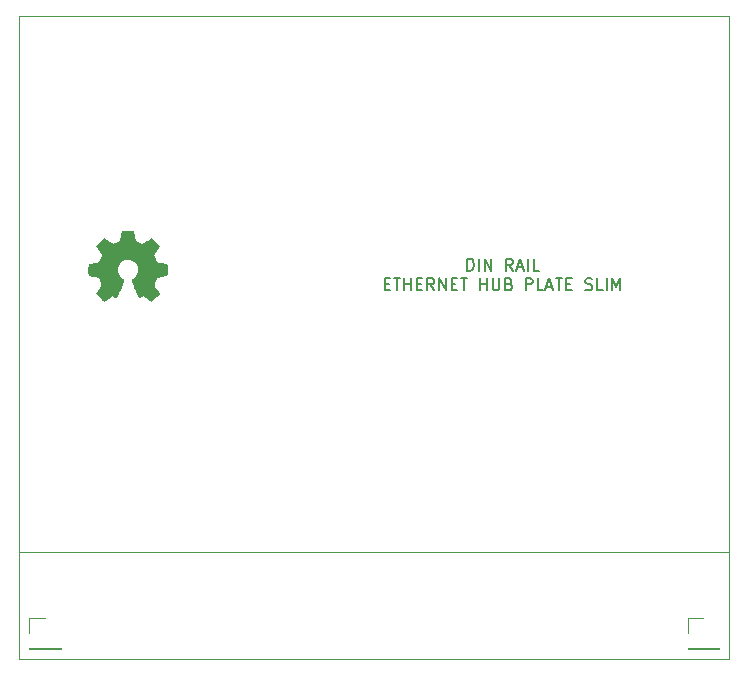
<source format=gbr>
G04 #@! TF.GenerationSoftware,KiCad,Pcbnew,5.1.5+dfsg1-2build2*
G04 #@! TF.CreationDate,2021-09-08T22:35:55-05:00*
G04 #@! TF.ProjectId,ETH_HUB_PLATE_SLIM,4554485f-4855-4425-9f50-4c4154455f53,rev?*
G04 #@! TF.SameCoordinates,Original*
G04 #@! TF.FileFunction,Legend,Top*
G04 #@! TF.FilePolarity,Positive*
%FSLAX46Y46*%
G04 Gerber Fmt 4.6, Leading zero omitted, Abs format (unit mm)*
G04 Created by KiCad (PCBNEW 5.1.5+dfsg1-2build2) date 2021-09-08 22:35:55*
%MOMM*%
%LPD*%
G04 APERTURE LIST*
%ADD10C,0.150000*%
%ADD11C,0.120000*%
%ADD12C,0.050000*%
%ADD13C,0.010000*%
G04 APERTURE END LIST*
D10*
X137993809Y-121547380D02*
X137993809Y-120547380D01*
X138231904Y-120547380D01*
X138374761Y-120595000D01*
X138470000Y-120690238D01*
X138517619Y-120785476D01*
X138565238Y-120975952D01*
X138565238Y-121118809D01*
X138517619Y-121309285D01*
X138470000Y-121404523D01*
X138374761Y-121499761D01*
X138231904Y-121547380D01*
X137993809Y-121547380D01*
X138993809Y-121547380D02*
X138993809Y-120547380D01*
X139470000Y-121547380D02*
X139470000Y-120547380D01*
X140041428Y-121547380D01*
X140041428Y-120547380D01*
X141850952Y-121547380D02*
X141517619Y-121071190D01*
X141279523Y-121547380D02*
X141279523Y-120547380D01*
X141660476Y-120547380D01*
X141755714Y-120595000D01*
X141803333Y-120642619D01*
X141850952Y-120737857D01*
X141850952Y-120880714D01*
X141803333Y-120975952D01*
X141755714Y-121023571D01*
X141660476Y-121071190D01*
X141279523Y-121071190D01*
X142231904Y-121261666D02*
X142708095Y-121261666D01*
X142136666Y-121547380D02*
X142470000Y-120547380D01*
X142803333Y-121547380D01*
X143136666Y-121547380D02*
X143136666Y-120547380D01*
X144089047Y-121547380D02*
X143612857Y-121547380D01*
X143612857Y-120547380D01*
X130993809Y-122673571D02*
X131327142Y-122673571D01*
X131470000Y-123197380D02*
X130993809Y-123197380D01*
X130993809Y-122197380D01*
X131470000Y-122197380D01*
X131755714Y-122197380D02*
X132327142Y-122197380D01*
X132041428Y-123197380D02*
X132041428Y-122197380D01*
X132660476Y-123197380D02*
X132660476Y-122197380D01*
X132660476Y-122673571D02*
X133231904Y-122673571D01*
X133231904Y-123197380D02*
X133231904Y-122197380D01*
X133708095Y-122673571D02*
X134041428Y-122673571D01*
X134184285Y-123197380D02*
X133708095Y-123197380D01*
X133708095Y-122197380D01*
X134184285Y-122197380D01*
X135184285Y-123197380D02*
X134850952Y-122721190D01*
X134612857Y-123197380D02*
X134612857Y-122197380D01*
X134993809Y-122197380D01*
X135089047Y-122245000D01*
X135136666Y-122292619D01*
X135184285Y-122387857D01*
X135184285Y-122530714D01*
X135136666Y-122625952D01*
X135089047Y-122673571D01*
X134993809Y-122721190D01*
X134612857Y-122721190D01*
X135612857Y-123197380D02*
X135612857Y-122197380D01*
X136184285Y-123197380D01*
X136184285Y-122197380D01*
X136660476Y-122673571D02*
X136993809Y-122673571D01*
X137136666Y-123197380D02*
X136660476Y-123197380D01*
X136660476Y-122197380D01*
X137136666Y-122197380D01*
X137422380Y-122197380D02*
X137993809Y-122197380D01*
X137708095Y-123197380D02*
X137708095Y-122197380D01*
X139089047Y-123197380D02*
X139089047Y-122197380D01*
X139089047Y-122673571D02*
X139660476Y-122673571D01*
X139660476Y-123197380D02*
X139660476Y-122197380D01*
X140136666Y-122197380D02*
X140136666Y-123006904D01*
X140184285Y-123102142D01*
X140231904Y-123149761D01*
X140327142Y-123197380D01*
X140517619Y-123197380D01*
X140612857Y-123149761D01*
X140660476Y-123102142D01*
X140708095Y-123006904D01*
X140708095Y-122197380D01*
X141517619Y-122673571D02*
X141660476Y-122721190D01*
X141708095Y-122768809D01*
X141755714Y-122864047D01*
X141755714Y-123006904D01*
X141708095Y-123102142D01*
X141660476Y-123149761D01*
X141565238Y-123197380D01*
X141184285Y-123197380D01*
X141184285Y-122197380D01*
X141517619Y-122197380D01*
X141612857Y-122245000D01*
X141660476Y-122292619D01*
X141708095Y-122387857D01*
X141708095Y-122483095D01*
X141660476Y-122578333D01*
X141612857Y-122625952D01*
X141517619Y-122673571D01*
X141184285Y-122673571D01*
X142946190Y-123197380D02*
X142946190Y-122197380D01*
X143327142Y-122197380D01*
X143422380Y-122245000D01*
X143470000Y-122292619D01*
X143517619Y-122387857D01*
X143517619Y-122530714D01*
X143470000Y-122625952D01*
X143422380Y-122673571D01*
X143327142Y-122721190D01*
X142946190Y-122721190D01*
X144422380Y-123197380D02*
X143946190Y-123197380D01*
X143946190Y-122197380D01*
X144708095Y-122911666D02*
X145184285Y-122911666D01*
X144612857Y-123197380D02*
X144946190Y-122197380D01*
X145279523Y-123197380D01*
X145470000Y-122197380D02*
X146041428Y-122197380D01*
X145755714Y-123197380D02*
X145755714Y-122197380D01*
X146374761Y-122673571D02*
X146708095Y-122673571D01*
X146850952Y-123197380D02*
X146374761Y-123197380D01*
X146374761Y-122197380D01*
X146850952Y-122197380D01*
X147993809Y-123149761D02*
X148136666Y-123197380D01*
X148374761Y-123197380D01*
X148470000Y-123149761D01*
X148517619Y-123102142D01*
X148565238Y-123006904D01*
X148565238Y-122911666D01*
X148517619Y-122816428D01*
X148470000Y-122768809D01*
X148374761Y-122721190D01*
X148184285Y-122673571D01*
X148089047Y-122625952D01*
X148041428Y-122578333D01*
X147993809Y-122483095D01*
X147993809Y-122387857D01*
X148041428Y-122292619D01*
X148089047Y-122245000D01*
X148184285Y-122197380D01*
X148422380Y-122197380D01*
X148565238Y-122245000D01*
X149470000Y-123197380D02*
X148993809Y-123197380D01*
X148993809Y-122197380D01*
X149803333Y-123197380D02*
X149803333Y-122197380D01*
X150279523Y-123197380D02*
X150279523Y-122197380D01*
X150612857Y-122911666D01*
X150946190Y-122197380D01*
X150946190Y-123197380D01*
D11*
X100000000Y-145400000D02*
X160150000Y-145400000D01*
D12*
X100000000Y-154400000D02*
X160150000Y-154400000D01*
X160150000Y-100000000D02*
X160150000Y-154400000D01*
X100000000Y-100000000D02*
X160150000Y-100000000D01*
X100000000Y-100000000D02*
X100000000Y-154400000D01*
D11*
X156658000Y-150943000D02*
X157988000Y-150943000D01*
X156658000Y-152273000D02*
X156658000Y-150943000D01*
X156658000Y-153543000D02*
X159318000Y-153543000D01*
X159318000Y-153543000D02*
X159318000Y-153603000D01*
X156658000Y-153543000D02*
X156658000Y-153603000D01*
X156658000Y-153603000D02*
X159318000Y-153603000D01*
X100905000Y-150943000D02*
X102235000Y-150943000D01*
X100905000Y-152273000D02*
X100905000Y-150943000D01*
X100905000Y-153543000D02*
X103565000Y-153543000D01*
X103565000Y-153543000D02*
X103565000Y-153603000D01*
X100905000Y-153543000D02*
X100905000Y-153603000D01*
X100905000Y-153603000D02*
X103565000Y-153603000D01*
D13*
G36*
X109775814Y-118626931D02*
G01*
X109859635Y-119071555D01*
X110168920Y-119199053D01*
X110478206Y-119326551D01*
X110849246Y-119074246D01*
X110953157Y-119003996D01*
X111047087Y-118941272D01*
X111126652Y-118888938D01*
X111187470Y-118849857D01*
X111225157Y-118826893D01*
X111235421Y-118821942D01*
X111253910Y-118834676D01*
X111293420Y-118869882D01*
X111349522Y-118923062D01*
X111417787Y-118989718D01*
X111493786Y-119065354D01*
X111573092Y-119145472D01*
X111651275Y-119225574D01*
X111723907Y-119301164D01*
X111786559Y-119367745D01*
X111834803Y-119420818D01*
X111864210Y-119455887D01*
X111871241Y-119467623D01*
X111861123Y-119489260D01*
X111832759Y-119536662D01*
X111789129Y-119605193D01*
X111733218Y-119690215D01*
X111668006Y-119787093D01*
X111630219Y-119842350D01*
X111561343Y-119943248D01*
X111500140Y-120034299D01*
X111449578Y-120110970D01*
X111412628Y-120168728D01*
X111392258Y-120203043D01*
X111389197Y-120210254D01*
X111396136Y-120230748D01*
X111415051Y-120278513D01*
X111443087Y-120346832D01*
X111477391Y-120428989D01*
X111515109Y-120518270D01*
X111553387Y-120607958D01*
X111589370Y-120691338D01*
X111620206Y-120761694D01*
X111643039Y-120812310D01*
X111655017Y-120836471D01*
X111655724Y-120837422D01*
X111674531Y-120842036D01*
X111724618Y-120852328D01*
X111800793Y-120867287D01*
X111897865Y-120885901D01*
X112010643Y-120907159D01*
X112076442Y-120919418D01*
X112196950Y-120942362D01*
X112305797Y-120964195D01*
X112397476Y-120983722D01*
X112466481Y-120999748D01*
X112507304Y-121011079D01*
X112515511Y-121014674D01*
X112523548Y-121039006D01*
X112530033Y-121093959D01*
X112534970Y-121173108D01*
X112538364Y-121270026D01*
X112540218Y-121378287D01*
X112540538Y-121491465D01*
X112539327Y-121603135D01*
X112536590Y-121706868D01*
X112532331Y-121796241D01*
X112526555Y-121864826D01*
X112519267Y-121906197D01*
X112514895Y-121914810D01*
X112488764Y-121925133D01*
X112433393Y-121939892D01*
X112356107Y-121957352D01*
X112264230Y-121975780D01*
X112232158Y-121981741D01*
X112077524Y-122010066D01*
X111955375Y-122032876D01*
X111861673Y-122051080D01*
X111792384Y-122065583D01*
X111743471Y-122077292D01*
X111710897Y-122087115D01*
X111690628Y-122095956D01*
X111678626Y-122104724D01*
X111676947Y-122106457D01*
X111660184Y-122134371D01*
X111634614Y-122188695D01*
X111602788Y-122262777D01*
X111567260Y-122349965D01*
X111530583Y-122443608D01*
X111495311Y-122537052D01*
X111463996Y-122623647D01*
X111439193Y-122696740D01*
X111423454Y-122749678D01*
X111419332Y-122775811D01*
X111419676Y-122776726D01*
X111433641Y-122798086D01*
X111465322Y-122845084D01*
X111511391Y-122912827D01*
X111568518Y-122996423D01*
X111633373Y-123090982D01*
X111651843Y-123117854D01*
X111717699Y-123215275D01*
X111775650Y-123304163D01*
X111822538Y-123379412D01*
X111855207Y-123435920D01*
X111870500Y-123468581D01*
X111871241Y-123472593D01*
X111858392Y-123493684D01*
X111822888Y-123535464D01*
X111769293Y-123593445D01*
X111702171Y-123663135D01*
X111626087Y-123740045D01*
X111545604Y-123819683D01*
X111465287Y-123897561D01*
X111389699Y-123969186D01*
X111323405Y-124030070D01*
X111270969Y-124075721D01*
X111236955Y-124101650D01*
X111227545Y-124105883D01*
X111205643Y-124095912D01*
X111160800Y-124069020D01*
X111100321Y-124029736D01*
X111053789Y-123998117D01*
X110969475Y-123940098D01*
X110869626Y-123871784D01*
X110769473Y-123803579D01*
X110715627Y-123767075D01*
X110533371Y-123643800D01*
X110380381Y-123726520D01*
X110310682Y-123762759D01*
X110251414Y-123790926D01*
X110211311Y-123806991D01*
X110201103Y-123809226D01*
X110188829Y-123792722D01*
X110164613Y-123746082D01*
X110130263Y-123673609D01*
X110087588Y-123579606D01*
X110038394Y-123468374D01*
X109984490Y-123344215D01*
X109927684Y-123211432D01*
X109869782Y-123074327D01*
X109812593Y-122937202D01*
X109757924Y-122804358D01*
X109707584Y-122680098D01*
X109663380Y-122568725D01*
X109627119Y-122474539D01*
X109600609Y-122401844D01*
X109585658Y-122354941D01*
X109583254Y-122338833D01*
X109602311Y-122318286D01*
X109644036Y-122284933D01*
X109699706Y-122245702D01*
X109704378Y-122242599D01*
X109848264Y-122127423D01*
X109964283Y-121993053D01*
X110051430Y-121843784D01*
X110108699Y-121683913D01*
X110135086Y-121517737D01*
X110129585Y-121349552D01*
X110091190Y-121183655D01*
X110018895Y-121024342D01*
X109997626Y-120989487D01*
X109886996Y-120848737D01*
X109756302Y-120735714D01*
X109610064Y-120651003D01*
X109452808Y-120595194D01*
X109289057Y-120568874D01*
X109123333Y-120572630D01*
X108960162Y-120607050D01*
X108804065Y-120672723D01*
X108659567Y-120770235D01*
X108614869Y-120809813D01*
X108501112Y-120933703D01*
X108418218Y-121064124D01*
X108361356Y-121210315D01*
X108329687Y-121355088D01*
X108321869Y-121517860D01*
X108347938Y-121681440D01*
X108405245Y-121840298D01*
X108491144Y-121988906D01*
X108602986Y-122121735D01*
X108738123Y-122233256D01*
X108755883Y-122245011D01*
X108812150Y-122283508D01*
X108854923Y-122316863D01*
X108875372Y-122338160D01*
X108875669Y-122338833D01*
X108871279Y-122361871D01*
X108853876Y-122414157D01*
X108825268Y-122491390D01*
X108787265Y-122589268D01*
X108741674Y-122703491D01*
X108690303Y-122829758D01*
X108634962Y-122963767D01*
X108577458Y-123101218D01*
X108519601Y-123237808D01*
X108463198Y-123369237D01*
X108410058Y-123491205D01*
X108361990Y-123599409D01*
X108320801Y-123689549D01*
X108288301Y-123757323D01*
X108266297Y-123798430D01*
X108257436Y-123809226D01*
X108230360Y-123800819D01*
X108179697Y-123778272D01*
X108114183Y-123745613D01*
X108078159Y-123726520D01*
X107925168Y-123643800D01*
X107742912Y-123767075D01*
X107649875Y-123830228D01*
X107548015Y-123899727D01*
X107452562Y-123965165D01*
X107404750Y-123998117D01*
X107337505Y-124043273D01*
X107280564Y-124079057D01*
X107241354Y-124100938D01*
X107228619Y-124105563D01*
X107210083Y-124093085D01*
X107169059Y-124058252D01*
X107109525Y-124004678D01*
X107035458Y-123935983D01*
X106950835Y-123855781D01*
X106897315Y-123804286D01*
X106803681Y-123712286D01*
X106722759Y-123629999D01*
X106657823Y-123560945D01*
X106612142Y-123508644D01*
X106588989Y-123476616D01*
X106586768Y-123470116D01*
X106597076Y-123445394D01*
X106625561Y-123395405D01*
X106669063Y-123325212D01*
X106724423Y-123239875D01*
X106788480Y-123144456D01*
X106806697Y-123117854D01*
X106873073Y-123021167D01*
X106932622Y-122934117D01*
X106982016Y-122861595D01*
X107017925Y-122808493D01*
X107037019Y-122779703D01*
X107038864Y-122776726D01*
X107036105Y-122753782D01*
X107021462Y-122703336D01*
X106997487Y-122632041D01*
X106966734Y-122546547D01*
X106931756Y-122453507D01*
X106895107Y-122359574D01*
X106859339Y-122271399D01*
X106827006Y-122195634D01*
X106800662Y-122138931D01*
X106782858Y-122107943D01*
X106781593Y-122106457D01*
X106770706Y-122097601D01*
X106752318Y-122088843D01*
X106722394Y-122079277D01*
X106676897Y-122067996D01*
X106611791Y-122054093D01*
X106523039Y-122036663D01*
X106406607Y-122014798D01*
X106258458Y-121987591D01*
X106226382Y-121981741D01*
X106131314Y-121963374D01*
X106048435Y-121945405D01*
X105985070Y-121929569D01*
X105948542Y-121917600D01*
X105943644Y-121914810D01*
X105935573Y-121890072D01*
X105929013Y-121834790D01*
X105923967Y-121755389D01*
X105920441Y-121658296D01*
X105918439Y-121549938D01*
X105917964Y-121436740D01*
X105919023Y-121325128D01*
X105921618Y-121221529D01*
X105925754Y-121132368D01*
X105931437Y-121064072D01*
X105938669Y-121023066D01*
X105943029Y-121014674D01*
X105967302Y-121006208D01*
X106022574Y-120992435D01*
X106103338Y-120974550D01*
X106204088Y-120953748D01*
X106319317Y-120931223D01*
X106382098Y-120919418D01*
X106501213Y-120897151D01*
X106607435Y-120876979D01*
X106695573Y-120859915D01*
X106760434Y-120846969D01*
X106796826Y-120839155D01*
X106802816Y-120837422D01*
X106812939Y-120817890D01*
X106834338Y-120770843D01*
X106864161Y-120703003D01*
X106899555Y-120621091D01*
X106937668Y-120531828D01*
X106975647Y-120441935D01*
X107010640Y-120358135D01*
X107039794Y-120287147D01*
X107060257Y-120235694D01*
X107069177Y-120210497D01*
X107069343Y-120209396D01*
X107059231Y-120189519D01*
X107030883Y-120143777D01*
X106987277Y-120076717D01*
X106931394Y-119992884D01*
X106866213Y-119896826D01*
X106828321Y-119841650D01*
X106759275Y-119740481D01*
X106697950Y-119648630D01*
X106647337Y-119570744D01*
X106610429Y-119511469D01*
X106590218Y-119475451D01*
X106587299Y-119467377D01*
X106599847Y-119448584D01*
X106634537Y-119408457D01*
X106686937Y-119351493D01*
X106752616Y-119282185D01*
X106827144Y-119205031D01*
X106906087Y-119124525D01*
X106985017Y-119045163D01*
X107059500Y-118971440D01*
X107125106Y-118907852D01*
X107177404Y-118858894D01*
X107211961Y-118829061D01*
X107223522Y-118821942D01*
X107242346Y-118831953D01*
X107287369Y-118860078D01*
X107354213Y-118903454D01*
X107438501Y-118959218D01*
X107535856Y-119024506D01*
X107609293Y-119074246D01*
X107980333Y-119326551D01*
X108598905Y-119071555D01*
X108682725Y-118626931D01*
X108766546Y-118182307D01*
X109691994Y-118182307D01*
X109775814Y-118626931D01*
G37*
X109775814Y-118626931D02*
X109859635Y-119071555D01*
X110168920Y-119199053D01*
X110478206Y-119326551D01*
X110849246Y-119074246D01*
X110953157Y-119003996D01*
X111047087Y-118941272D01*
X111126652Y-118888938D01*
X111187470Y-118849857D01*
X111225157Y-118826893D01*
X111235421Y-118821942D01*
X111253910Y-118834676D01*
X111293420Y-118869882D01*
X111349522Y-118923062D01*
X111417787Y-118989718D01*
X111493786Y-119065354D01*
X111573092Y-119145472D01*
X111651275Y-119225574D01*
X111723907Y-119301164D01*
X111786559Y-119367745D01*
X111834803Y-119420818D01*
X111864210Y-119455887D01*
X111871241Y-119467623D01*
X111861123Y-119489260D01*
X111832759Y-119536662D01*
X111789129Y-119605193D01*
X111733218Y-119690215D01*
X111668006Y-119787093D01*
X111630219Y-119842350D01*
X111561343Y-119943248D01*
X111500140Y-120034299D01*
X111449578Y-120110970D01*
X111412628Y-120168728D01*
X111392258Y-120203043D01*
X111389197Y-120210254D01*
X111396136Y-120230748D01*
X111415051Y-120278513D01*
X111443087Y-120346832D01*
X111477391Y-120428989D01*
X111515109Y-120518270D01*
X111553387Y-120607958D01*
X111589370Y-120691338D01*
X111620206Y-120761694D01*
X111643039Y-120812310D01*
X111655017Y-120836471D01*
X111655724Y-120837422D01*
X111674531Y-120842036D01*
X111724618Y-120852328D01*
X111800793Y-120867287D01*
X111897865Y-120885901D01*
X112010643Y-120907159D01*
X112076442Y-120919418D01*
X112196950Y-120942362D01*
X112305797Y-120964195D01*
X112397476Y-120983722D01*
X112466481Y-120999748D01*
X112507304Y-121011079D01*
X112515511Y-121014674D01*
X112523548Y-121039006D01*
X112530033Y-121093959D01*
X112534970Y-121173108D01*
X112538364Y-121270026D01*
X112540218Y-121378287D01*
X112540538Y-121491465D01*
X112539327Y-121603135D01*
X112536590Y-121706868D01*
X112532331Y-121796241D01*
X112526555Y-121864826D01*
X112519267Y-121906197D01*
X112514895Y-121914810D01*
X112488764Y-121925133D01*
X112433393Y-121939892D01*
X112356107Y-121957352D01*
X112264230Y-121975780D01*
X112232158Y-121981741D01*
X112077524Y-122010066D01*
X111955375Y-122032876D01*
X111861673Y-122051080D01*
X111792384Y-122065583D01*
X111743471Y-122077292D01*
X111710897Y-122087115D01*
X111690628Y-122095956D01*
X111678626Y-122104724D01*
X111676947Y-122106457D01*
X111660184Y-122134371D01*
X111634614Y-122188695D01*
X111602788Y-122262777D01*
X111567260Y-122349965D01*
X111530583Y-122443608D01*
X111495311Y-122537052D01*
X111463996Y-122623647D01*
X111439193Y-122696740D01*
X111423454Y-122749678D01*
X111419332Y-122775811D01*
X111419676Y-122776726D01*
X111433641Y-122798086D01*
X111465322Y-122845084D01*
X111511391Y-122912827D01*
X111568518Y-122996423D01*
X111633373Y-123090982D01*
X111651843Y-123117854D01*
X111717699Y-123215275D01*
X111775650Y-123304163D01*
X111822538Y-123379412D01*
X111855207Y-123435920D01*
X111870500Y-123468581D01*
X111871241Y-123472593D01*
X111858392Y-123493684D01*
X111822888Y-123535464D01*
X111769293Y-123593445D01*
X111702171Y-123663135D01*
X111626087Y-123740045D01*
X111545604Y-123819683D01*
X111465287Y-123897561D01*
X111389699Y-123969186D01*
X111323405Y-124030070D01*
X111270969Y-124075721D01*
X111236955Y-124101650D01*
X111227545Y-124105883D01*
X111205643Y-124095912D01*
X111160800Y-124069020D01*
X111100321Y-124029736D01*
X111053789Y-123998117D01*
X110969475Y-123940098D01*
X110869626Y-123871784D01*
X110769473Y-123803579D01*
X110715627Y-123767075D01*
X110533371Y-123643800D01*
X110380381Y-123726520D01*
X110310682Y-123762759D01*
X110251414Y-123790926D01*
X110211311Y-123806991D01*
X110201103Y-123809226D01*
X110188829Y-123792722D01*
X110164613Y-123746082D01*
X110130263Y-123673609D01*
X110087588Y-123579606D01*
X110038394Y-123468374D01*
X109984490Y-123344215D01*
X109927684Y-123211432D01*
X109869782Y-123074327D01*
X109812593Y-122937202D01*
X109757924Y-122804358D01*
X109707584Y-122680098D01*
X109663380Y-122568725D01*
X109627119Y-122474539D01*
X109600609Y-122401844D01*
X109585658Y-122354941D01*
X109583254Y-122338833D01*
X109602311Y-122318286D01*
X109644036Y-122284933D01*
X109699706Y-122245702D01*
X109704378Y-122242599D01*
X109848264Y-122127423D01*
X109964283Y-121993053D01*
X110051430Y-121843784D01*
X110108699Y-121683913D01*
X110135086Y-121517737D01*
X110129585Y-121349552D01*
X110091190Y-121183655D01*
X110018895Y-121024342D01*
X109997626Y-120989487D01*
X109886996Y-120848737D01*
X109756302Y-120735714D01*
X109610064Y-120651003D01*
X109452808Y-120595194D01*
X109289057Y-120568874D01*
X109123333Y-120572630D01*
X108960162Y-120607050D01*
X108804065Y-120672723D01*
X108659567Y-120770235D01*
X108614869Y-120809813D01*
X108501112Y-120933703D01*
X108418218Y-121064124D01*
X108361356Y-121210315D01*
X108329687Y-121355088D01*
X108321869Y-121517860D01*
X108347938Y-121681440D01*
X108405245Y-121840298D01*
X108491144Y-121988906D01*
X108602986Y-122121735D01*
X108738123Y-122233256D01*
X108755883Y-122245011D01*
X108812150Y-122283508D01*
X108854923Y-122316863D01*
X108875372Y-122338160D01*
X108875669Y-122338833D01*
X108871279Y-122361871D01*
X108853876Y-122414157D01*
X108825268Y-122491390D01*
X108787265Y-122589268D01*
X108741674Y-122703491D01*
X108690303Y-122829758D01*
X108634962Y-122963767D01*
X108577458Y-123101218D01*
X108519601Y-123237808D01*
X108463198Y-123369237D01*
X108410058Y-123491205D01*
X108361990Y-123599409D01*
X108320801Y-123689549D01*
X108288301Y-123757323D01*
X108266297Y-123798430D01*
X108257436Y-123809226D01*
X108230360Y-123800819D01*
X108179697Y-123778272D01*
X108114183Y-123745613D01*
X108078159Y-123726520D01*
X107925168Y-123643800D01*
X107742912Y-123767075D01*
X107649875Y-123830228D01*
X107548015Y-123899727D01*
X107452562Y-123965165D01*
X107404750Y-123998117D01*
X107337505Y-124043273D01*
X107280564Y-124079057D01*
X107241354Y-124100938D01*
X107228619Y-124105563D01*
X107210083Y-124093085D01*
X107169059Y-124058252D01*
X107109525Y-124004678D01*
X107035458Y-123935983D01*
X106950835Y-123855781D01*
X106897315Y-123804286D01*
X106803681Y-123712286D01*
X106722759Y-123629999D01*
X106657823Y-123560945D01*
X106612142Y-123508644D01*
X106588989Y-123476616D01*
X106586768Y-123470116D01*
X106597076Y-123445394D01*
X106625561Y-123395405D01*
X106669063Y-123325212D01*
X106724423Y-123239875D01*
X106788480Y-123144456D01*
X106806697Y-123117854D01*
X106873073Y-123021167D01*
X106932622Y-122934117D01*
X106982016Y-122861595D01*
X107017925Y-122808493D01*
X107037019Y-122779703D01*
X107038864Y-122776726D01*
X107036105Y-122753782D01*
X107021462Y-122703336D01*
X106997487Y-122632041D01*
X106966734Y-122546547D01*
X106931756Y-122453507D01*
X106895107Y-122359574D01*
X106859339Y-122271399D01*
X106827006Y-122195634D01*
X106800662Y-122138931D01*
X106782858Y-122107943D01*
X106781593Y-122106457D01*
X106770706Y-122097601D01*
X106752318Y-122088843D01*
X106722394Y-122079277D01*
X106676897Y-122067996D01*
X106611791Y-122054093D01*
X106523039Y-122036663D01*
X106406607Y-122014798D01*
X106258458Y-121987591D01*
X106226382Y-121981741D01*
X106131314Y-121963374D01*
X106048435Y-121945405D01*
X105985070Y-121929569D01*
X105948542Y-121917600D01*
X105943644Y-121914810D01*
X105935573Y-121890072D01*
X105929013Y-121834790D01*
X105923967Y-121755389D01*
X105920441Y-121658296D01*
X105918439Y-121549938D01*
X105917964Y-121436740D01*
X105919023Y-121325128D01*
X105921618Y-121221529D01*
X105925754Y-121132368D01*
X105931437Y-121064072D01*
X105938669Y-121023066D01*
X105943029Y-121014674D01*
X105967302Y-121006208D01*
X106022574Y-120992435D01*
X106103338Y-120974550D01*
X106204088Y-120953748D01*
X106319317Y-120931223D01*
X106382098Y-120919418D01*
X106501213Y-120897151D01*
X106607435Y-120876979D01*
X106695573Y-120859915D01*
X106760434Y-120846969D01*
X106796826Y-120839155D01*
X106802816Y-120837422D01*
X106812939Y-120817890D01*
X106834338Y-120770843D01*
X106864161Y-120703003D01*
X106899555Y-120621091D01*
X106937668Y-120531828D01*
X106975647Y-120441935D01*
X107010640Y-120358135D01*
X107039794Y-120287147D01*
X107060257Y-120235694D01*
X107069177Y-120210497D01*
X107069343Y-120209396D01*
X107059231Y-120189519D01*
X107030883Y-120143777D01*
X106987277Y-120076717D01*
X106931394Y-119992884D01*
X106866213Y-119896826D01*
X106828321Y-119841650D01*
X106759275Y-119740481D01*
X106697950Y-119648630D01*
X106647337Y-119570744D01*
X106610429Y-119511469D01*
X106590218Y-119475451D01*
X106587299Y-119467377D01*
X106599847Y-119448584D01*
X106634537Y-119408457D01*
X106686937Y-119351493D01*
X106752616Y-119282185D01*
X106827144Y-119205031D01*
X106906087Y-119124525D01*
X106985017Y-119045163D01*
X107059500Y-118971440D01*
X107125106Y-118907852D01*
X107177404Y-118858894D01*
X107211961Y-118829061D01*
X107223522Y-118821942D01*
X107242346Y-118831953D01*
X107287369Y-118860078D01*
X107354213Y-118903454D01*
X107438501Y-118959218D01*
X107535856Y-119024506D01*
X107609293Y-119074246D01*
X107980333Y-119326551D01*
X108598905Y-119071555D01*
X108682725Y-118626931D01*
X108766546Y-118182307D01*
X109691994Y-118182307D01*
X109775814Y-118626931D01*
M02*

</source>
